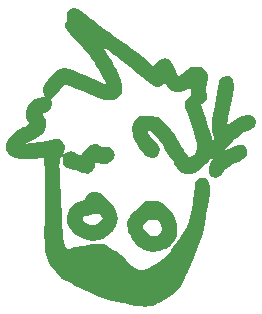
<source format=gbr>
%TF.GenerationSoftware,KiCad,Pcbnew,7.0.5-0*%
%TF.CreationDate,2023-07-31T19:13:05-04:00*%
%TF.ProjectId,mula,6d756c61-2e6b-4696-9361-645f70636258,rev?*%
%TF.SameCoordinates,Original*%
%TF.FileFunction,Legend,Bot*%
%TF.FilePolarity,Positive*%
%FSLAX46Y46*%
G04 Gerber Fmt 4.6, Leading zero omitted, Abs format (unit mm)*
G04 Created by KiCad (PCBNEW 7.0.5-0) date 2023-07-31 19:13:05*
%MOMM*%
%LPD*%
G01*
G04 APERTURE LIST*
G04 APERTURE END LIST*
%TO.C,G\u002A\u002A\u002A*%
G36*
X139123371Y-97140124D02*
G01*
X139079340Y-97464556D01*
X138937163Y-97792253D01*
X138688090Y-98151916D01*
X138589898Y-98267664D01*
X138236710Y-98590165D01*
X137841452Y-98834873D01*
X137441043Y-98977350D01*
X137015047Y-99022096D01*
X136518169Y-98967534D01*
X136043270Y-98808693D01*
X135613875Y-98556685D01*
X135253509Y-98222622D01*
X134985697Y-97817615D01*
X134911350Y-97655885D01*
X134851988Y-97470204D01*
X134833120Y-97273733D01*
X134841809Y-97069221D01*
X136145562Y-97069221D01*
X136160220Y-97219321D01*
X136254859Y-97382114D01*
X136412454Y-97519170D01*
X136733934Y-97660834D01*
X137059933Y-97687755D01*
X137362147Y-97588070D01*
X137633035Y-97362745D01*
X137838369Y-97128882D01*
X137716475Y-96922147D01*
X137667952Y-96844214D01*
X137586012Y-96759859D01*
X137470333Y-96730627D01*
X137272917Y-96736423D01*
X137035472Y-96762696D01*
X136760267Y-96812031D01*
X136501158Y-96874265D01*
X136296036Y-96940212D01*
X136182789Y-97000687D01*
X136145562Y-97069221D01*
X134841809Y-97069221D01*
X134844438Y-97007331D01*
X134872441Y-96787023D01*
X135008477Y-96377175D01*
X135247570Y-96047233D01*
X135588424Y-95798700D01*
X136029745Y-95633078D01*
X136040951Y-95630236D01*
X136228489Y-95567759D01*
X136333236Y-95480575D01*
X136400239Y-95332086D01*
X136507892Y-95135652D01*
X136719706Y-94962530D01*
X136993912Y-94870607D01*
X137302862Y-94868238D01*
X137618906Y-94963780D01*
X137658795Y-94983860D01*
X137942654Y-95180400D01*
X138241237Y-95463946D01*
X138529834Y-95802986D01*
X138783733Y-96166011D01*
X138978226Y-96521509D01*
X139088602Y-96837968D01*
X139122077Y-97128882D01*
X139123371Y-97140124D01*
G37*
G36*
X144162050Y-98260974D02*
G01*
X144145889Y-98460560D01*
X144099590Y-98628821D01*
X144015305Y-98813594D01*
X143926182Y-98957230D01*
X143784385Y-99144636D01*
X143619184Y-99339408D01*
X143455754Y-99513390D01*
X143319270Y-99638427D01*
X143234910Y-99686363D01*
X143190768Y-99699078D01*
X143053009Y-99745629D01*
X142858001Y-99814598D01*
X142585063Y-99893633D01*
X142128622Y-99948365D01*
X141695117Y-99909515D01*
X141319461Y-99777915D01*
X141256501Y-99742433D01*
X140933278Y-99505048D01*
X140611033Y-99189829D01*
X140325212Y-98834902D01*
X140111262Y-98478394D01*
X140004238Y-98227814D01*
X139939726Y-97964542D01*
X139928149Y-97759859D01*
X141257676Y-97759859D01*
X141280700Y-97906453D01*
X141394590Y-98087125D01*
X141604181Y-98326509D01*
X141646025Y-98370688D01*
X141821515Y-98535064D01*
X141962417Y-98617522D01*
X142102219Y-98639077D01*
X142165854Y-98635871D01*
X142428277Y-98577041D01*
X142654440Y-98461347D01*
X142797485Y-98310907D01*
X142848055Y-98138925D01*
X142844215Y-97915919D01*
X142790625Y-97683149D01*
X142699425Y-97468593D01*
X142582754Y-97300231D01*
X142452752Y-97206041D01*
X142321558Y-97214004D01*
X142300675Y-97223823D01*
X142132448Y-97266502D01*
X141927961Y-97281960D01*
X141793591Y-97289159D01*
X141621399Y-97349440D01*
X141440532Y-97493017D01*
X141320679Y-97622712D01*
X141257676Y-97759859D01*
X139928149Y-97759859D01*
X139922256Y-97655671D01*
X139924878Y-97491167D01*
X139947452Y-97287723D01*
X140005641Y-97128454D01*
X140114283Y-96959565D01*
X140164583Y-96894037D01*
X140354536Y-96683236D01*
X140547391Y-96509023D01*
X140602754Y-96465212D01*
X140785596Y-96306562D01*
X140926649Y-96165395D01*
X140941163Y-96148773D01*
X141085788Y-95982760D01*
X141239142Y-95806269D01*
X141248227Y-95795812D01*
X141334610Y-95704260D01*
X141420339Y-95648323D01*
X141538221Y-95619540D01*
X141721066Y-95609448D01*
X142001682Y-95609583D01*
X142194092Y-95612140D01*
X142423386Y-95624368D01*
X142584936Y-95654147D01*
X142717564Y-95710133D01*
X142860089Y-95800983D01*
X142896685Y-95826969D01*
X143205789Y-96088924D01*
X143510942Y-96412223D01*
X143775685Y-96754787D01*
X143963559Y-97074538D01*
X144053248Y-97299385D01*
X144122087Y-97595159D01*
X144155029Y-97962129D01*
X144155925Y-97982226D01*
X144159368Y-98138925D01*
X144162050Y-98260974D01*
G37*
G36*
X135470888Y-79281653D02*
G01*
X135707328Y-79366551D01*
X136001108Y-79543253D01*
X136363592Y-79817439D01*
X136587981Y-79996531D01*
X136882151Y-80225929D01*
X137145860Y-80426534D01*
X137162658Y-80439077D01*
X137366499Y-80592168D01*
X137535868Y-80720847D01*
X137635578Y-80798393D01*
X137641463Y-80803122D01*
X137704190Y-80851283D01*
X137812436Y-80931531D01*
X137976308Y-81051191D01*
X138205913Y-81217593D01*
X138511358Y-81438064D01*
X138902750Y-81719931D01*
X139390195Y-82070523D01*
X139800797Y-82370470D01*
X140296029Y-82742074D01*
X140792379Y-83123535D01*
X141253578Y-83486943D01*
X141643357Y-83804389D01*
X142134192Y-84213674D01*
X142340949Y-83956393D01*
X142590119Y-83712830D01*
X142862648Y-83586323D01*
X143163515Y-83579831D01*
X143202893Y-83586810D01*
X143366298Y-83636370D01*
X143504162Y-83727881D01*
X143634369Y-83881411D01*
X143774805Y-84117027D01*
X143943357Y-84454797D01*
X144032620Y-84638820D01*
X144142957Y-84856360D01*
X144224514Y-85005064D01*
X144264154Y-85060142D01*
X144272612Y-85056909D01*
X144358355Y-84998660D01*
X144511137Y-84882433D01*
X144704780Y-84727966D01*
X144745145Y-84695435D01*
X144957341Y-84533305D01*
X145142485Y-84405109D01*
X145264372Y-84336192D01*
X145330166Y-84315543D01*
X145570342Y-84282359D01*
X145852857Y-84282185D01*
X146121014Y-84313043D01*
X146318114Y-84372955D01*
X146503419Y-84514830D01*
X146671307Y-84765046D01*
X146764101Y-85063152D01*
X146770774Y-85370340D01*
X146680302Y-85647802D01*
X146630173Y-85773779D01*
X146590075Y-86038978D01*
X146599738Y-86334696D01*
X146660330Y-86605056D01*
X146693844Y-86715097D01*
X146696727Y-86869037D01*
X146628179Y-87051611D01*
X146613918Y-87079419D01*
X146485985Y-87249422D01*
X146337996Y-87359883D01*
X146205930Y-87417489D01*
X146139002Y-87448382D01*
X146138135Y-87454070D01*
X146162201Y-87542650D01*
X146221805Y-87714932D01*
X146306829Y-87941201D01*
X146421372Y-88252112D01*
X146558902Y-88649731D01*
X146704767Y-89089639D01*
X146845565Y-89530641D01*
X146967892Y-89931541D01*
X147058346Y-90251144D01*
X147097000Y-90391909D01*
X147137695Y-90499006D01*
X147174210Y-90508162D01*
X147221729Y-90436614D01*
X147248078Y-90379510D01*
X147260259Y-90246041D01*
X147201803Y-90063261D01*
X147191442Y-90037036D01*
X147123636Y-89736049D01*
X147101653Y-89330122D01*
X147124846Y-88834628D01*
X147192565Y-88264939D01*
X147304163Y-87636429D01*
X147424574Y-87033595D01*
X147522678Y-86509553D01*
X147602343Y-86040885D01*
X147670019Y-85591535D01*
X147681773Y-85528330D01*
X147798354Y-85280543D01*
X148001982Y-85118321D01*
X148271736Y-85060142D01*
X148385052Y-85062337D01*
X148596323Y-85093185D01*
X148734105Y-85174950D01*
X148837472Y-85325994D01*
X148895750Y-85492240D01*
X148926010Y-85759585D01*
X148913191Y-86111722D01*
X148856416Y-86557954D01*
X148754811Y-87107583D01*
X148607500Y-87769910D01*
X148589590Y-87847758D01*
X148521149Y-88180601D01*
X148464183Y-88509427D01*
X148429541Y-88773091D01*
X148390366Y-89188611D01*
X148788070Y-88917140D01*
X148845738Y-88878332D01*
X149272539Y-88625879D01*
X149671255Y-88449398D01*
X150026183Y-88353336D01*
X150321620Y-88342142D01*
X150541864Y-88420266D01*
X150574648Y-88445898D01*
X150715430Y-88627507D01*
X150799655Y-88853738D01*
X150802742Y-89063946D01*
X150802024Y-89066778D01*
X150694707Y-89298060D01*
X150521049Y-89488979D01*
X150321566Y-89594834D01*
X150095492Y-89680974D01*
X149805048Y-89838505D01*
X149486251Y-90045378D01*
X149171809Y-90280341D01*
X148894434Y-90522139D01*
X148889603Y-90526785D01*
X148677370Y-90741401D01*
X148476906Y-90962011D01*
X148308543Y-91164224D01*
X148192615Y-91323645D01*
X148149453Y-91415882D01*
X148171115Y-91413264D01*
X148284671Y-91366829D01*
X148473606Y-91278322D01*
X148713092Y-91159056D01*
X148814537Y-91108779D01*
X149093113Y-90985641D01*
X149329277Y-90902177D01*
X149487833Y-90871453D01*
X149492564Y-90871471D01*
X149746351Y-90930421D01*
X149942310Y-91083426D01*
X150063868Y-91301044D01*
X150094452Y-91553834D01*
X150017488Y-91812357D01*
X150004371Y-91834800D01*
X149879640Y-91973963D01*
X149664927Y-92127463D01*
X149343009Y-92307957D01*
X149300655Y-92330059D01*
X148898445Y-92549202D01*
X148562666Y-92749210D01*
X148306425Y-92921341D01*
X148142827Y-93056853D01*
X148084980Y-93147006D01*
X148057977Y-93230436D01*
X147946528Y-93375991D01*
X147784710Y-93521859D01*
X147611816Y-93634198D01*
X147467136Y-93679165D01*
X147392129Y-93675347D01*
X147124316Y-93590160D01*
X146922580Y-93411240D01*
X146806907Y-93162760D01*
X146797282Y-92868898D01*
X146813748Y-92798029D01*
X146894390Y-92585103D01*
X147007790Y-92371653D01*
X147008208Y-92370989D01*
X147108020Y-92196797D01*
X147134301Y-92095671D01*
X147094651Y-92038454D01*
X147030690Y-92020413D01*
X146941484Y-92096032D01*
X146930786Y-92113686D01*
X146801702Y-92277494D01*
X146602631Y-92486595D01*
X146364414Y-92712754D01*
X146117893Y-92927737D01*
X145893910Y-93103308D01*
X145723306Y-93211233D01*
X145663146Y-93239293D01*
X145274476Y-93367302D01*
X144922501Y-93390492D01*
X144625563Y-93307259D01*
X144525421Y-93240340D01*
X144351937Y-93083316D01*
X144170454Y-92884866D01*
X144007429Y-92676972D01*
X143889321Y-92491616D01*
X143842588Y-92360782D01*
X143834003Y-92303534D01*
X143780018Y-92213333D01*
X143733918Y-92168277D01*
X143623495Y-92025808D01*
X143476572Y-91815091D01*
X143310625Y-91562249D01*
X143143130Y-91293408D01*
X142991563Y-91034692D01*
X142928153Y-90924212D01*
X142637798Y-90473812D01*
X142352072Y-90118163D01*
X142080373Y-89867814D01*
X141832101Y-89733314D01*
X141773371Y-89717839D01*
X141701378Y-89737334D01*
X141685186Y-89856357D01*
X141717539Y-89978863D01*
X141838572Y-90160042D01*
X142058588Y-90399446D01*
X142068464Y-90409347D01*
X142322994Y-90672694D01*
X142494717Y-90874699D01*
X142598747Y-91039082D01*
X142650199Y-91189565D01*
X142664190Y-91349869D01*
X142625992Y-91547084D01*
X142503585Y-91760475D01*
X142327884Y-91920591D01*
X142130954Y-91988998D01*
X142015245Y-91991207D01*
X141716954Y-91956298D01*
X141502800Y-91864802D01*
X141392463Y-91723786D01*
X141343188Y-91638800D01*
X141225116Y-91486575D01*
X141068456Y-91310275D01*
X140908472Y-91115808D01*
X140719628Y-90837621D01*
X140565722Y-90561754D01*
X140497175Y-90414033D01*
X140407221Y-90172696D01*
X140364760Y-89944045D01*
X140354612Y-89663484D01*
X140355745Y-89591454D01*
X140413294Y-89153391D01*
X140558489Y-88810185D01*
X140792377Y-88559192D01*
X140813579Y-88543991D01*
X140926725Y-88482190D01*
X141068995Y-88445317D01*
X141274144Y-88427501D01*
X141575924Y-88422867D01*
X141872765Y-88428135D01*
X142110016Y-88450190D01*
X142298116Y-88496085D01*
X142479334Y-88572836D01*
X142859246Y-88808363D01*
X143277698Y-89181756D01*
X143660858Y-89648516D01*
X143779190Y-89820447D01*
X143956099Y-90089079D01*
X144143165Y-90383242D01*
X144326768Y-90680477D01*
X144493283Y-90958324D01*
X144629089Y-91194322D01*
X144720562Y-91366013D01*
X144754081Y-91450936D01*
X144774669Y-91500880D01*
X144870932Y-91582352D01*
X144971364Y-91666575D01*
X145077853Y-91813184D01*
X145152870Y-91930342D01*
X145211319Y-91981479D01*
X145254347Y-91958462D01*
X145371394Y-91867241D01*
X145526764Y-91730326D01*
X145627679Y-91635699D01*
X145726437Y-91523918D01*
X145777262Y-91409459D01*
X145796078Y-91249685D01*
X145798811Y-91001958D01*
X145792908Y-90804790D01*
X145759106Y-90522798D01*
X145687907Y-90208974D01*
X145570925Y-89819822D01*
X145417417Y-89355451D01*
X145216500Y-88783180D01*
X145036579Y-88314622D01*
X144882002Y-87961506D01*
X144816834Y-87797551D01*
X144766212Y-87483875D01*
X144812497Y-87201017D01*
X144949430Y-86973584D01*
X145170753Y-86826183D01*
X145236123Y-86792602D01*
X145280464Y-86724472D01*
X145294450Y-86594373D01*
X145286684Y-86368325D01*
X145264275Y-85962950D01*
X145123445Y-86091569D01*
X145038635Y-86162671D01*
X144714273Y-86348278D01*
X144361686Y-86441083D01*
X144014106Y-86435586D01*
X143704765Y-86326289D01*
X143637471Y-86281549D01*
X143449873Y-86120004D01*
X143281078Y-85932231D01*
X143079427Y-85667848D01*
X142888348Y-85820740D01*
X142780033Y-85896139D01*
X142609085Y-85962613D01*
X142422588Y-85961911D01*
X142205893Y-85888316D01*
X141944350Y-85736114D01*
X141623308Y-85499589D01*
X141228117Y-85173025D01*
X141162649Y-85117346D01*
X140864247Y-84868072D01*
X140522346Y-84588061D01*
X140160891Y-84296402D01*
X139803822Y-84012187D01*
X139475081Y-83754505D01*
X139198611Y-83542447D01*
X138998353Y-83395103D01*
X138986116Y-83386484D01*
X138785807Y-83245856D01*
X138533909Y-83069572D01*
X138281919Y-82893676D01*
X137843512Y-82588136D01*
X138219482Y-83169509D01*
X138396381Y-83456472D01*
X138606422Y-83818506D01*
X138821067Y-84205732D01*
X139013970Y-84571650D01*
X139067241Y-84676253D01*
X139217940Y-84977597D01*
X139321109Y-85203073D01*
X139386574Y-85383807D01*
X139424160Y-85550925D01*
X139443692Y-85735553D01*
X139454995Y-85968818D01*
X139477504Y-86545219D01*
X139250266Y-86772456D01*
X139178196Y-86839697D01*
X138954950Y-86984982D01*
X138685257Y-87061657D01*
X138330623Y-87082710D01*
X138291404Y-87082159D01*
X138041564Y-87062608D01*
X137773357Y-87010742D01*
X137467693Y-86920219D01*
X137105482Y-86784697D01*
X136667634Y-86597832D01*
X136135057Y-86353283D01*
X135873921Y-86231980D01*
X135441732Y-86038999D01*
X135097631Y-85896646D01*
X134850648Y-85808564D01*
X134709810Y-85778394D01*
X134702110Y-85778898D01*
X134587056Y-85844795D01*
X134416472Y-86015906D01*
X134198242Y-86284435D01*
X134105089Y-86402643D01*
X133914565Y-86622244D01*
X133742359Y-86794438D01*
X133616953Y-86889574D01*
X133550610Y-86923800D01*
X133466645Y-86987669D01*
X133459366Y-87074473D01*
X133513978Y-87233647D01*
X133518669Y-87246039D01*
X133569271Y-87415628D01*
X133561475Y-87554145D01*
X133492127Y-87733843D01*
X133432593Y-87848275D01*
X133319054Y-87978895D01*
X133147838Y-88075315D01*
X132883006Y-88162847D01*
X132791014Y-88200873D01*
X132755747Y-88248845D01*
X132897706Y-88530656D01*
X133004484Y-88803756D01*
X133052227Y-89041650D01*
X133051705Y-89281928D01*
X133039213Y-89391177D01*
X132974466Y-89636416D01*
X132849413Y-89848970D01*
X132647823Y-90046267D01*
X132353464Y-90245736D01*
X131950105Y-90464806D01*
X131270533Y-90809060D01*
X131760250Y-90771584D01*
X131996897Y-90743860D01*
X132333875Y-90688692D01*
X132708860Y-90615585D01*
X133075929Y-90532873D01*
X133424729Y-90451553D01*
X133729342Y-90394408D01*
X133955280Y-90376497D01*
X134127245Y-90398395D01*
X134269934Y-90460677D01*
X134408048Y-90563919D01*
X134516447Y-90703031D01*
X134605471Y-90954556D01*
X134628876Y-91243382D01*
X134578344Y-91522696D01*
X134507474Y-91725993D01*
X134671376Y-91597068D01*
X134892714Y-91471646D01*
X135174892Y-91426843D01*
X135444779Y-91498210D01*
X135674415Y-91683343D01*
X135692962Y-91703719D01*
X135844584Y-91781296D01*
X136003391Y-91754876D01*
X136119515Y-91630390D01*
X136233092Y-91441617D01*
X136423303Y-91214614D01*
X136637471Y-91017868D01*
X136833868Y-90894374D01*
X137067911Y-90823277D01*
X137357761Y-90830209D01*
X137623901Y-90959837D01*
X137765173Y-91047624D01*
X137928643Y-91089664D01*
X138154080Y-91082589D01*
X138200855Y-91078357D01*
X138391988Y-91075248D01*
X138520485Y-91116434D01*
X138641412Y-91217116D01*
X138654000Y-91229885D01*
X138816330Y-91462300D01*
X138854874Y-91710053D01*
X138773364Y-91995154D01*
X138703310Y-92123964D01*
X138483191Y-92352604D01*
X138192847Y-92478773D01*
X137844202Y-92498745D01*
X137449179Y-92408797D01*
X137179788Y-92313750D01*
X137179788Y-92562379D01*
X137149022Y-92770474D01*
X137032872Y-93028389D01*
X136827920Y-93231644D01*
X136562930Y-93322232D01*
X136243277Y-93296824D01*
X135872342Y-93155050D01*
X135802589Y-93123670D01*
X135565497Y-93045020D01*
X135317330Y-92991301D01*
X135115652Y-92954144D01*
X134792076Y-92840445D01*
X134578416Y-92668737D01*
X134466282Y-92430593D01*
X134447280Y-92117585D01*
X134470019Y-91793280D01*
X134323104Y-91931409D01*
X134306359Y-91947450D01*
X134253848Y-92008816D01*
X134217944Y-92086846D01*
X134195674Y-92204322D01*
X134184067Y-92384029D01*
X134180151Y-92648750D01*
X134180955Y-93021267D01*
X134181666Y-93112805D01*
X134189370Y-93487643D01*
X134203501Y-93839783D01*
X134222328Y-94133263D01*
X134244117Y-94332121D01*
X134260302Y-94472848D01*
X134280986Y-94733906D01*
X134303302Y-95084266D01*
X134325991Y-95502234D01*
X134347793Y-95966120D01*
X134367445Y-96454229D01*
X134368083Y-96471529D01*
X134397827Y-97192566D01*
X134429905Y-97798623D01*
X134465568Y-98304967D01*
X134506064Y-98726869D01*
X134552641Y-99079597D01*
X134606548Y-99378421D01*
X134666435Y-99519894D01*
X134788857Y-99654713D01*
X134834090Y-99682113D01*
X134932209Y-99712776D01*
X135057783Y-99695148D01*
X135256576Y-99626464D01*
X135394214Y-99580807D01*
X135687144Y-99507276D01*
X135971818Y-99459140D01*
X135985622Y-99457550D01*
X136255384Y-99421716D01*
X136581557Y-99372139D01*
X136896638Y-99319044D01*
X137360007Y-99264286D01*
X137826111Y-99283498D01*
X138207357Y-99390797D01*
X138496963Y-99585055D01*
X138557012Y-99640081D01*
X138731780Y-99768323D01*
X138880302Y-99838273D01*
X138990870Y-99888770D01*
X139182790Y-100021961D01*
X139408903Y-100209876D01*
X139641370Y-100427600D01*
X139852350Y-100650219D01*
X140014004Y-100852819D01*
X140063500Y-100918138D01*
X140295250Y-101141714D01*
X140581262Y-101332274D01*
X140878895Y-101464878D01*
X141145508Y-101514589D01*
X141296609Y-101494934D01*
X141536983Y-101427561D01*
X141783129Y-101328827D01*
X142038701Y-101189441D01*
X142326114Y-101003110D01*
X142624718Y-100786782D01*
X142914318Y-100557192D01*
X143174717Y-100331076D01*
X143385721Y-100125167D01*
X143527134Y-99956201D01*
X143578759Y-99840913D01*
X143579407Y-99833688D01*
X143630637Y-99728479D01*
X143747630Y-99565723D01*
X143907643Y-99377470D01*
X143909651Y-99375271D01*
X144088890Y-99166635D01*
X144243755Y-98964847D01*
X144340917Y-98813302D01*
X144357481Y-98782292D01*
X144459355Y-98610988D01*
X144604172Y-98384257D01*
X144766273Y-98142557D01*
X144810598Y-98076904D01*
X144962161Y-97833413D01*
X145081709Y-97613104D01*
X145146517Y-97456953D01*
X145184655Y-97303287D01*
X145247132Y-97014734D01*
X145315546Y-96666018D01*
X145385998Y-96280676D01*
X145454591Y-95882243D01*
X145517428Y-95494256D01*
X145570611Y-95140252D01*
X145610243Y-94843767D01*
X145632426Y-94628338D01*
X145633264Y-94517500D01*
X145621531Y-94421409D01*
X145651158Y-94173890D01*
X145744969Y-93940140D01*
X145883632Y-93777311D01*
X146060357Y-93701362D01*
X146302668Y-93677906D01*
X146536967Y-93718534D01*
X146708857Y-93820406D01*
X146766735Y-93889426D01*
X146876395Y-94086794D01*
X146940855Y-94335992D01*
X146960380Y-94651253D01*
X146935237Y-95046813D01*
X146865690Y-95536905D01*
X146752004Y-96135764D01*
X146697556Y-96406797D01*
X146625903Y-96782230D01*
X146563260Y-97130364D01*
X146518873Y-97401016D01*
X146502899Y-97500832D01*
X146386445Y-98049906D01*
X146215406Y-98668938D01*
X146000925Y-99323400D01*
X145754147Y-99978764D01*
X145486215Y-100600502D01*
X145418818Y-100747927D01*
X145274068Y-101075116D01*
X145141488Y-101387338D01*
X145043144Y-101633162D01*
X144985355Y-101782715D01*
X144723012Y-102373164D01*
X144434054Y-102865288D01*
X144097845Y-103281615D01*
X143693745Y-103644677D01*
X143201117Y-103977005D01*
X142599325Y-104301129D01*
X142558579Y-104321222D01*
X142305492Y-104441558D01*
X142110606Y-104516562D01*
X141926724Y-104557213D01*
X141706650Y-104574490D01*
X141403189Y-104579372D01*
X141116224Y-104574951D01*
X140633841Y-104529561D01*
X140129924Y-104426795D01*
X139987004Y-104392166D01*
X139671223Y-104320505D01*
X139385480Y-104261540D01*
X139177926Y-104225453D01*
X139147163Y-104221066D01*
X138650818Y-104124580D01*
X138113991Y-103971617D01*
X137520861Y-103756475D01*
X136855608Y-103473450D01*
X136102410Y-103116840D01*
X135907855Y-103020464D01*
X135505433Y-102817805D01*
X135134678Y-102626860D01*
X134817066Y-102458906D01*
X134574076Y-102325223D01*
X134427185Y-102237090D01*
X134334901Y-102166620D01*
X134112463Y-101952723D01*
X133865069Y-101670811D01*
X133617786Y-101352262D01*
X133395684Y-101028456D01*
X133223829Y-100730771D01*
X133176634Y-100626685D01*
X133058089Y-100244919D01*
X132969432Y-99761211D01*
X132912823Y-99194791D01*
X132890427Y-98564888D01*
X132904406Y-97890733D01*
X132912590Y-97708136D01*
X132935547Y-97004438D01*
X132948462Y-96217271D01*
X132951391Y-95334946D01*
X132944393Y-94345776D01*
X132927527Y-93238072D01*
X132918886Y-92839246D01*
X132906961Y-92473310D01*
X132892249Y-92214076D01*
X132873676Y-92048554D01*
X132850167Y-91963754D01*
X132820646Y-91946687D01*
X132546559Y-92020609D01*
X132170612Y-92073180D01*
X131744088Y-92098541D01*
X131302689Y-92096896D01*
X130882118Y-92068450D01*
X130518080Y-92013405D01*
X130246277Y-91931966D01*
X130059809Y-91828784D01*
X129819465Y-91593115D01*
X129688473Y-91296985D01*
X129671507Y-90953785D01*
X129773241Y-90576905D01*
X129808441Y-90502180D01*
X130014284Y-90208084D01*
X130316386Y-89912547D01*
X130690122Y-89637170D01*
X131110868Y-89403553D01*
X131244097Y-89340647D01*
X131464214Y-89236187D01*
X131621118Y-89161008D01*
X131687320Y-89128239D01*
X131683949Y-89109820D01*
X131622190Y-89018452D01*
X131507757Y-88879857D01*
X131421942Y-88765942D01*
X131314867Y-88494333D01*
X131312525Y-88173279D01*
X131413531Y-87786705D01*
X131507475Y-87575059D01*
X131702220Y-87313938D01*
X131975668Y-87111998D01*
X132344230Y-86958247D01*
X132824317Y-86841692D01*
X132937608Y-86815555D01*
X132964330Y-86772341D01*
X132891097Y-86679464D01*
X132829666Y-86587848D01*
X132778845Y-86353504D01*
X132822165Y-86074293D01*
X132957549Y-85778394D01*
X133212532Y-85393206D01*
X133557730Y-84968313D01*
X133897753Y-84659461D01*
X134227601Y-84470976D01*
X134542272Y-84407185D01*
X134714042Y-84425657D01*
X134999948Y-84490855D01*
X135339109Y-84592828D01*
X135696307Y-84720807D01*
X136036323Y-84864021D01*
X136348950Y-85007665D01*
X136865606Y-85242830D01*
X137278221Y-85426895D01*
X137595743Y-85563538D01*
X137827124Y-85656437D01*
X137981315Y-85709270D01*
X138067265Y-85725714D01*
X138093926Y-85709446D01*
X138077916Y-85637388D01*
X138001490Y-85453405D01*
X137872693Y-85195067D01*
X137703371Y-84882887D01*
X137505367Y-84537377D01*
X137290528Y-84179049D01*
X137070698Y-83828415D01*
X136857722Y-83505987D01*
X136663446Y-83232277D01*
X136655114Y-83221171D01*
X136460032Y-82979478D01*
X136203871Y-82686329D01*
X135918938Y-82377709D01*
X135637544Y-82089604D01*
X135537769Y-81990531D01*
X135196191Y-81641041D01*
X134943985Y-81358838D01*
X134773409Y-81129642D01*
X134676722Y-80939175D01*
X134646180Y-80773156D01*
X134674042Y-80617308D01*
X134752567Y-80457351D01*
X134773863Y-80420921D01*
X134834509Y-80253676D01*
X134807551Y-80093416D01*
X134799524Y-80070642D01*
X134778396Y-79818444D01*
X134865687Y-79581435D01*
X135042452Y-79391544D01*
X135289747Y-79280702D01*
X135470888Y-79281653D01*
G37*
%TD*%
M02*

</source>
